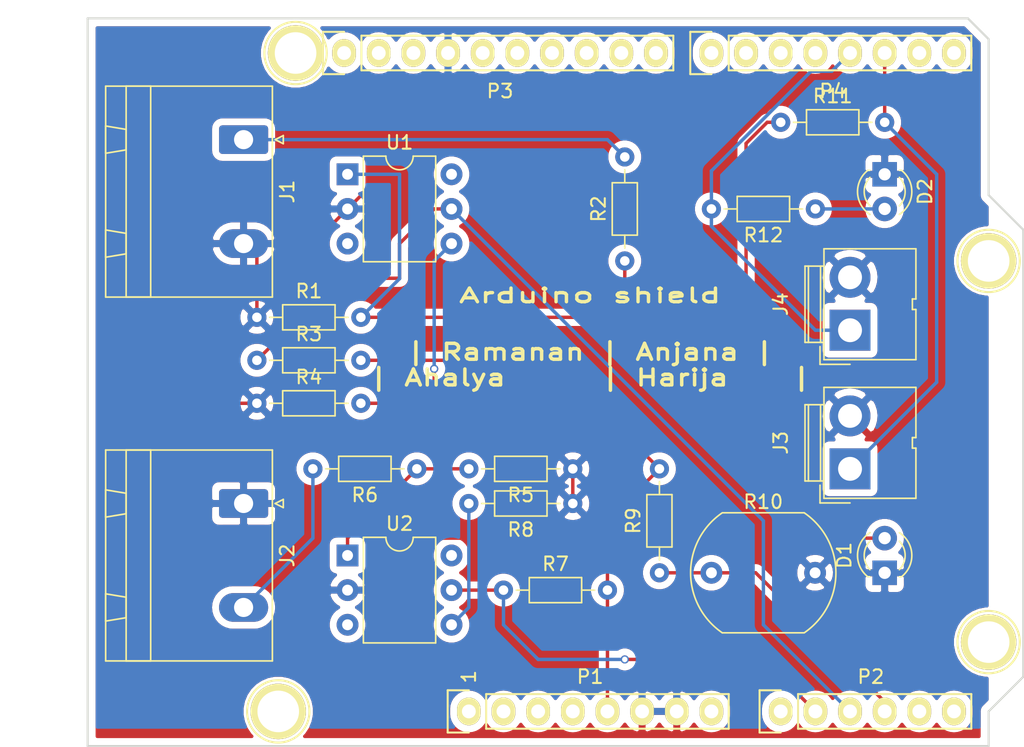
<source format=kicad_pcb>
(kicad_pcb (version 20171130) (host pcbnew "(5.1.9)-1")
  (title_block (date "lun. 30 mars 2015"))
  (layers (0 F.Cu signal) (31 B.Cu signal) (34 B.Paste user) (35 F.Paste user) (36 B.SilkS user) (37 F.SilkS user) (38 B.Mask user) (39 F.Mask user) (44 Edge.Cuts user))
  (net 0 "")
  (net 1 /IOREF)
  (net 2 /Reset)
  (net 3 +5V)
  (net 4 GND)
  (net 5 /Vin)
  (net 6 /A0)
  (net 7 /A3)
  (net 8 /AREF)
  (net 9 "/A4(SDA)")
  (net 10 "/A5(SCL)")
  (net 11 "/9(**)")
  (net 12 /8)
  (net 13 /7)
  (net 14 "/6(**)")
  (net 15 "/5(**)")
  (net 16 /4)
  (net 17 "/3(**)")
  (net 18 /2)
  (net 19 "/1(Tx)")
  (net 20 "/0(Rx)")
  (net 21 "Net-(P5-Pad1)")
  (net 22 "Net-(P6-Pad1)")
  (net 23 "Net-(P7-Pad1)")
  (net 24 "Net-(P8-Pad1)")
  (net 25 "/13(SCK)")
  (net 26 "/10(**/SS)")
  (net 27 "Net-(P1-Pad1)")
  (net 28 +3V3)
  (net 29 "/12(MISO)")
  (net 30 "/11(**/MOSI)")
  (net 31 output_ref)
  (net 32 input_ref)
  (net 33 "Net-(R1-Pad2)")
  (net 34 "Net-(R4-Pad2)")
  (net 35 "Net-(U1-Pad3)")
  (net 36 "Net-(U1-Pad6)")
  (net 37 "Net-(U2-Pad6)")
  (net 38 "Net-(U2-Pad3)")
  (net 39 "Net-(R8-Pad2)")
  (net 40 "Net-(R5-Pad2)")
  (net 41 "Net-(D1-Pad2)")
  (net 42 "Net-(D2-Pad2)")
  (net 43 "Net-(J1-Pad1)")
  (net 44 "Net-(J2-Pad2)")
  (module Socket_Arduino_Uno:Socket_Strip_Arduino_1x08 (layer F.Cu) (at 138.938 123.825)
    (fp_text reference P1 (at 8.89 -2.54) (layer F.SilkS))
    (fp_text value Power)
    (fp_line (start -1.55 -1.55) (end -1.55 1.55) (layer F.SilkS) (width 0.15))
    (fp_line (start 0 -1.55) (end -1.55 -1.55) (layer F.SilkS) (width 0.15))
    (fp_line (start 1.27 1.27) (end 1.27 -1.27) (layer F.SilkS) (width 0.15))
    (fp_line (start -1.55 1.55) (end 0 1.55) (layer F.SilkS) (width 0.15))
    (fp_line (start 19.05 -1.27) (end 1.27 -1.27) (layer F.SilkS) (width 0.15))
    (fp_line (start 19.05 1.27) (end 19.05 -1.27) (layer F.SilkS) (width 0.15))
    (fp_line (start 1.27 1.27) (end 19.05 1.27) (layer F.SilkS) (width 0.15))
    (pad 1 thru_hole oval (at 0 0) (size 1.7272 2.032) (drill 1.016) (layers *.Cu *.Mask F.SilkS) (net 27 "Net-(P1-Pad1)"))
    (pad 2 thru_hole oval (at 2.54 0) (size 1.7272 2.032) (drill 1.016) (layers *.Cu *.Mask F.SilkS) (net 1 /IOREF))
    (pad 3 thru_hole oval (at 5.08 0) (size 1.7272 2.032) (drill 1.016) (layers *.Cu *.Mask F.SilkS) (net 2 /Reset))
    (pad 4 thru_hole oval (at 7.62 0) (size 1.7272 2.032) (drill 1.016) (layers *.Cu *.Mask F.SilkS) (net 28 +3V3))
    (pad 5 thru_hole oval (at 10.16 0) (size 1.7272 2.032) (drill 1.016) (layers *.Cu *.Mask F.SilkS) (net 3 +5V))
    (pad 6 thru_hole oval (at 12.7 0) (size 1.7272 2.032) (drill 1.016) (layers *.Cu *.Mask F.SilkS) (net 4 GND))
    (pad 7 thru_hole oval (at 15.24 0) (size 1.7272 2.032) (drill 1.016) (layers *.Cu *.Mask F.SilkS) (net 4 GND))
    (pad 8 thru_hole oval (at 17.78 0) (size 1.7272 2.032) (drill 1.016) (layers *.Cu *.Mask F.SilkS) (net 5 /Vin))
  )
  (module Socket_Arduino_Uno:Socket_Strip_Arduino_1x06 (layer F.Cu) (at 161.798 123.825)
    (fp_text reference P2 (at 6.604 -2.54) (layer F.SilkS))
    (fp_text value Analog)
    (fp_line (start -1.55 -1.55) (end -1.55 1.55) (layer F.SilkS) (width 0.15))
    (fp_line (start 0 -1.55) (end -1.55 -1.55) (layer F.SilkS) (width 0.15))
    (fp_line (start 1.27 1.27) (end 1.27 -1.27) (layer F.SilkS) (width 0.15))
    (fp_line (start -1.55 1.55) (end 0 1.55) (layer F.SilkS) (width 0.15))
    (fp_line (start 13.97 -1.27) (end 1.27 -1.27) (layer F.SilkS) (width 0.15))
    (fp_line (start 13.97 1.27) (end 13.97 -1.27) (layer F.SilkS) (width 0.15))
    (fp_line (start 1.27 1.27) (end 13.97 1.27) (layer F.SilkS) (width 0.15))
    (pad 1 thru_hole oval (at 0 0) (size 1.7272 2.032) (drill 1.016) (layers *.Cu *.Mask F.SilkS) (net 6 /A0))
    (pad 2 thru_hole oval (at 2.54 0) (size 1.7272 2.032) (drill 1.016) (layers *.Cu *.Mask F.SilkS) (net 31 output_ref))
    (pad 3 thru_hole oval (at 5.08 0) (size 1.7272 2.032) (drill 1.016) (layers *.Cu *.Mask F.SilkS) (net 32 input_ref))
    (pad 4 thru_hole oval (at 7.62 0) (size 1.7272 2.032) (drill 1.016) (layers *.Cu *.Mask F.SilkS) (net 7 /A3))
    (pad 5 thru_hole oval (at 10.16 0) (size 1.7272 2.032) (drill 1.016) (layers *.Cu *.Mask F.SilkS) (net 9 "/A4(SDA)"))
    (pad 6 thru_hole oval (at 12.7 0) (size 1.7272 2.032) (drill 1.016) (layers *.Cu *.Mask F.SilkS) (net 10 "/A5(SCL)"))
  )
  (module Socket_Arduino_Uno:Socket_Strip_Arduino_1x10 (layer F.Cu) (at 129.794 75.565)
    (fp_text reference P3 (at 11.43 2.794) (layer F.SilkS))
    (fp_text value Digital)
    (fp_line (start -1.55 -1.55) (end -1.55 1.55) (layer F.SilkS) (width 0.15))
    (fp_line (start 0 -1.55) (end -1.55 -1.55) (layer F.SilkS) (width 0.15))
    (fp_line (start 1.27 1.27) (end 1.27 -1.27) (layer F.SilkS) (width 0.15))
    (fp_line (start -1.55 1.55) (end 0 1.55) (layer F.SilkS) (width 0.15))
    (fp_line (start 24.13 -1.27) (end 1.27 -1.27) (layer F.SilkS) (width 0.15))
    (fp_line (start 24.13 1.27) (end 24.13 -1.27) (layer F.SilkS) (width 0.15))
    (fp_line (start 1.27 1.27) (end 24.13 1.27) (layer F.SilkS) (width 0.15))
    (pad 1 thru_hole oval (at 0 0) (size 1.7272 2.032) (drill 1.016) (layers *.Cu *.Mask F.SilkS) (net 10 "/A5(SCL)"))
    (pad 2 thru_hole oval (at 2.54 0) (size 1.7272 2.032) (drill 1.016) (layers *.Cu *.Mask F.SilkS) (net 9 "/A4(SDA)"))
    (pad 3 thru_hole oval (at 5.08 0) (size 1.7272 2.032) (drill 1.016) (layers *.Cu *.Mask F.SilkS) (net 8 /AREF))
    (pad 4 thru_hole oval (at 7.62 0) (size 1.7272 2.032) (drill 1.016) (layers *.Cu *.Mask F.SilkS) (net 4 GND))
    (pad 5 thru_hole oval (at 10.16 0) (size 1.7272 2.032) (drill 1.016) (layers *.Cu *.Mask F.SilkS) (net 25 "/13(SCK)"))
    (pad 6 thru_hole oval (at 12.7 0) (size 1.7272 2.032) (drill 1.016) (layers *.Cu *.Mask F.SilkS) (net 29 "/12(MISO)"))
    (pad 7 thru_hole oval (at 15.24 0) (size 1.7272 2.032) (drill 1.016) (layers *.Cu *.Mask F.SilkS) (net 30 "/11(**/MOSI)"))
    (pad 8 thru_hole oval (at 17.78 0) (size 1.7272 2.032) (drill 1.016) (layers *.Cu *.Mask F.SilkS) (net 26 "/10(**/SS)"))
    (pad 9 thru_hole oval (at 20.32 0) (size 1.7272 2.032) (drill 1.016) (layers *.Cu *.Mask F.SilkS) (net 11 "/9(**)"))
    (pad 10 thru_hole oval (at 22.86 0) (size 1.7272 2.032) (drill 1.016) (layers *.Cu *.Mask F.SilkS) (net 12 /8))
  )
  (module Socket_Arduino_Uno:Socket_Strip_Arduino_1x08 (layer F.Cu) (at 156.718 75.565)
    (fp_text reference P4 (at 8.89 2.794) (layer F.SilkS))
    (fp_text value Digital)
    (fp_line (start -1.55 -1.55) (end -1.55 1.55) (layer F.SilkS) (width 0.15))
    (fp_line (start 0 -1.55) (end -1.55 -1.55) (layer F.SilkS) (width 0.15))
    (fp_line (start 1.27 1.27) (end 1.27 -1.27) (layer F.SilkS) (width 0.15))
    (fp_line (start -1.55 1.55) (end 0 1.55) (layer F.SilkS) (width 0.15))
    (fp_line (start 19.05 -1.27) (end 1.27 -1.27) (layer F.SilkS) (width 0.15))
    (fp_line (start 19.05 1.27) (end 19.05 -1.27) (layer F.SilkS) (width 0.15))
    (fp_line (start 1.27 1.27) (end 19.05 1.27) (layer F.SilkS) (width 0.15))
    (pad 1 thru_hole oval (at 0 0) (size 1.7272 2.032) (drill 1.016) (layers *.Cu *.Mask F.SilkS) (net 13 /7))
    (pad 2 thru_hole oval (at 2.54 0) (size 1.7272 2.032) (drill 1.016) (layers *.Cu *.Mask F.SilkS) (net 14 "/6(**)"))
    (pad 3 thru_hole oval (at 5.08 0) (size 1.7272 2.032) (drill 1.016) (layers *.Cu *.Mask F.SilkS) (net 15 "/5(**)"))
    (pad 4 thru_hole oval (at 7.62 0) (size 1.7272 2.032) (drill 1.016) (layers *.Cu *.Mask F.SilkS) (net 16 /4))
    (pad 5 thru_hole oval (at 10.16 0) (size 1.7272 2.032) (drill 1.016) (layers *.Cu *.Mask F.SilkS) (net 17 "/3(**)"))
    (pad 6 thru_hole oval (at 12.7 0) (size 1.7272 2.032) (drill 1.016) (layers *.Cu *.Mask F.SilkS) (net 18 /2))
    (pad 7 thru_hole oval (at 15.24 0) (size 1.7272 2.032) (drill 1.016) (layers *.Cu *.Mask F.SilkS) (net 19 "/1(Tx)"))
    (pad 8 thru_hole oval (at 17.78 0) (size 1.7272 2.032) (drill 1.016) (layers *.Cu *.Mask F.SilkS) (net 20 "/0(Rx)"))
  )
  (module Socket_Arduino_Uno:Arduino_1pin (layer F.Cu) (at 124.968 123.825)
    (fp_text reference P5 hide)
    (fp_text value CONN_01X01 hide)
    (fp_circle (center 0 0) (end 0 -2.286) (layer F.SilkS) (width 0.15))
    (pad 1 thru_hole circle (at 0 0) (size 4.064 4.064) (drill 3.048) (layers *.Cu *.Mask F.SilkS) (net 21 "Net-(P5-Pad1)"))
  )
  (module Socket_Arduino_Uno:Arduino_1pin (layer F.Cu) (at 177.038 118.745)
    (fp_text reference P6 hide)
    (fp_text value CONN_01X01 hide)
    (fp_circle (center 0 0) (end 0 -2.286) (layer F.SilkS) (width 0.15))
    (pad 1 thru_hole circle (at 0 0) (size 4.064 4.064) (drill 3.048) (layers *.Cu *.Mask F.SilkS) (net 22 "Net-(P6-Pad1)"))
  )
  (module Socket_Arduino_Uno:Arduino_1pin (layer F.Cu) (at 126.238 75.565)
    (fp_text reference P7 hide)
    (fp_text value CONN_01X01 hide)
    (fp_circle (center 0 0) (end 0 -2.286) (layer F.SilkS) (width 0.15))
    (pad 1 thru_hole circle (at 0 0) (size 4.064 4.064) (drill 3.048) (layers *.Cu *.Mask F.SilkS) (net 23 "Net-(P7-Pad1)"))
  )
  (module Socket_Arduino_Uno:Arduino_1pin (layer F.Cu) (at 177.038 90.805)
    (fp_text reference P8 hide)
    (fp_text value CONN_01X01 hide)
    (fp_circle (center 0 0) (end 0 -2.286) (layer F.SilkS) (width 0.15))
    (pad 1 thru_hole circle (at 0 0) (size 4.064 4.064) (drill 3.048) (layers *.Cu *.Mask F.SilkS) (net 24 "Net-(P8-Pad1)"))
  )
  (module OptoDevice:R_LDR_10x8.5mm_P7.6mm_Vertical (layer F.Cu) (at 156.718 113.665)
    (fp_text reference R10 (at 3.8 -5.2) (layer F.SilkS))
    (fp_text value LDR03)
    (fp_line (start 0.8 -4.4) (end 6.8 -4.4) (layer F.SilkS) (width 0.12))
    (fp_line (start 0.8 4.4) (end 6.8 4.4) (layer F.SilkS) (width 0.12))
    (fp_arc (start 3.8 0) (end 0.8 4.4) (angle 111) (layer F.SilkS) (width 0.12))
    (fp_arc (start 3.8 0) (end 6.8 -4.4) (angle 111) (layer F.SilkS) (width 0.12))
    (pad 1 thru_hole circle (at 0 0) (size 1.6 1.6) (drill 0.8) (layers *.Cu *.Mask) (net 7 /A3))
    (pad 2 thru_hole circle (at 7.6 0) (size 1.6 1.6) (drill 0.8) (layers *.Cu *.Mask) (net 4 GND))
  )
  (module Connector:JWT_A3963_1x02_P3.96mm_Vertical (layer F.Cu) (at 166.878 106.045 90)
    (fp_text reference J3 (at 1.91 -5.08 90) (layer F.SilkS))
    (fp_text value Conn_01x02)
    (fp_line (start 5.97 4.83) (end 5.97 0) (layer F.SilkS) (width 0.12))
    (fp_line (start -2.16 0) (end -2.16 4.83) (layer F.SilkS) (width 0.12))
    (fp_line (start -2.16 -1.91) (end 5.97 -1.91) (layer F.SilkS) (width 0.12))
    (fp_line (start -0.89 -1.91) (end -0.89 -3.3) (layer F.SilkS) (width 0.12))
    (fp_line (start 4.7 -1.91) (end 4.7 -3.3) (layer F.SilkS) (width 0.12))
    (fp_line (start -0.89 -3.3) (end 4.7 -3.3) (layer F.SilkS) (width 0.12))
    (fp_line (start -2.16 -1.91) (end -2.16 0) (layer F.SilkS) (width 0.12))
    (fp_line (start 5.97 -1.91) (end 5.97 0) (layer F.SilkS) (width 0.12))
    (fp_line (start -0.89 -3.05) (end 4.7 -3.05) (layer F.SilkS) (width 0.12))
    (fp_line (start -0.89 -2.16) (end 4.7 -2.16) (layer F.SilkS) (width 0.12))
    (fp_line (start 2.29 4.57) (end 2.29 4.83) (layer F.SilkS) (width 0.12))
    (fp_line (start 1.52 4.57) (end 2.29 4.57) (layer F.SilkS) (width 0.12))
    (fp_line (start 1.52 4.83) (end 1.52 4.57) (layer F.SilkS) (width 0.12))
    (fp_line (start 1.52 4.83) (end -2.16 4.83) (layer F.SilkS) (width 0.12))
    (fp_line (start 2.29 4.83) (end 5.97 4.83) (layer F.SilkS) (width 0.12))
    (fp_line (start -1.2 -2.2) (end -2.5 -2.2) (layer F.SilkS) (width 0.12))
    (fp_line (start -2.5 -2.2) (end -2.5 0) (layer F.SilkS) (width 0.12))
    (pad 2 thru_hole circle (at 3.88 0 90) (size 3 3) (drill 1.75) (layers *.Cu *.Mask) (net 4 GND))
    (pad 1 thru_hole rect (at 0 0 90) (size 3 3) (drill 1.75) (layers *.Cu *.Mask) (net 18 /2))
  )
  (module Connector:JWT_A3963_1x02_P3.96mm_Vertical (layer F.Cu) (at 166.878 95.885 90)
    (fp_text reference J4 (at 1.91 -5.08 90) (layer F.SilkS))
    (fp_text value Conn_01x02)
    (fp_line (start -2.5 -2.2) (end -2.5 0) (layer F.SilkS) (width 0.12))
    (fp_line (start -1.2 -2.2) (end -2.5 -2.2) (layer F.SilkS) (width 0.12))
    (fp_line (start 2.29 4.83) (end 5.97 4.83) (layer F.SilkS) (width 0.12))
    (fp_line (start 1.52 4.83) (end -2.16 4.83) (layer F.SilkS) (width 0.12))
    (fp_line (start 1.52 4.83) (end 1.52 4.57) (layer F.SilkS) (width 0.12))
    (fp_line (start 1.52 4.57) (end 2.29 4.57) (layer F.SilkS) (width 0.12))
    (fp_line (start 2.29 4.57) (end 2.29 4.83) (layer F.SilkS) (width 0.12))
    (fp_line (start -0.89 -2.16) (end 4.7 -2.16) (layer F.SilkS) (width 0.12))
    (fp_line (start -0.89 -3.05) (end 4.7 -3.05) (layer F.SilkS) (width 0.12))
    (fp_line (start 5.97 -1.91) (end 5.97 0) (layer F.SilkS) (width 0.12))
    (fp_line (start -2.16 -1.91) (end -2.16 0) (layer F.SilkS) (width 0.12))
    (fp_line (start -0.89 -3.3) (end 4.7 -3.3) (layer F.SilkS) (width 0.12))
    (fp_line (start 4.7 -1.91) (end 4.7 -3.3) (layer F.SilkS) (width 0.12))
    (fp_line (start -0.89 -1.91) (end -0.89 -3.3) (layer F.SilkS) (width 0.12))
    (fp_line (start -2.16 -1.91) (end 5.97 -1.91) (layer F.SilkS) (width 0.12))
    (fp_line (start -2.16 0) (end -2.16 4.83) (layer F.SilkS) (width 0.12))
    (fp_line (start 5.97 4.83) (end 5.97 0) (layer F.SilkS) (width 0.12))
    (pad 1 thru_hole rect (at 0 0 90) (size 3 3) (drill 1.75) (layers *.Cu *.Mask) (net 17 "/3(**)"))
    (pad 2 thru_hole circle (at 3.88 0 90) (size 3 3) (drill 1.75) (layers *.Cu *.Mask) (net 4 GND))
  )
  (module LED_THT:LED_D3.0mm_FlatTop (layer F.Cu) (at 169.418 113.665 90)
    (fp_text reference D1 (at 1.27 -2.96 90) (layer F.SilkS))
    (fp_text value LED)
    (fp_line (start -0.29 1.08) (end -0.29 1.236) (layer F.SilkS) (width 0.12))
    (fp_line (start -0.29 -1.236) (end -0.29 -1.08) (layer F.SilkS) (width 0.12))
    (fp_arc (start 1.27 0) (end 0.229039 1.08) (angle -87.9) (layer F.SilkS) (width 0.12))
    (fp_arc (start 1.27 0) (end 0.229039 -1.08) (angle 87.9) (layer F.SilkS) (width 0.12))
    (fp_arc (start 1.27 0) (end -0.29 1.235516) (angle -108.8) (layer F.SilkS) (width 0.12))
    (fp_arc (start 1.27 0) (end -0.29 -1.235516) (angle 108.8) (layer F.SilkS) (width 0.12))
    (pad 2 thru_hole circle (at 2.54 0 90) (size 1.8 1.8) (drill 0.9) (layers *.Cu *.Mask) (net 41 "Net-(D1-Pad2)"))
    (pad 1 thru_hole rect (at 0 0 90) (size 1.8 1.8) (drill 0.9) (layers *.Cu *.Mask) (net 4 GND))
  )
  (module LED_THT:LED_D3.0mm_FlatTop (layer F.Cu) (at 169.418 84.455 270)
    (fp_text reference D2 (at 1.27 -2.96 90) (layer F.SilkS))
    (fp_text value LED)
    (fp_line (start -0.29 -1.236) (end -0.29 -1.08) (layer F.SilkS) (width 0.12))
    (fp_line (start -0.29 1.08) (end -0.29 1.236) (layer F.SilkS) (width 0.12))
    (fp_arc (start 1.27 0) (end -0.29 -1.235516) (angle 108.8) (layer F.SilkS) (width 0.12))
    (fp_arc (start 1.27 0) (end -0.29 1.235516) (angle -108.8) (layer F.SilkS) (width 0.12))
    (fp_arc (start 1.27 0) (end 0.229039 -1.08) (angle 87.9) (layer F.SilkS) (width 0.12))
    (fp_arc (start 1.27 0) (end 0.229039 1.08) (angle -87.9) (layer F.SilkS) (width 0.12))
    (pad 1 thru_hole rect (at 0 0 270) (size 1.8 1.8) (drill 0.9) (layers *.Cu *.Mask) (net 4 GND))
    (pad 2 thru_hole circle (at 2.54 0 270) (size 1.8 1.8) (drill 0.9) (layers *.Cu *.Mask) (net 42 "Net-(D2-Pad2)"))
  )
  (module Connector_Phoenix_GMSTB:PhoenixContact_GMSTBA_2,5_2-G-7,62_1x02_P7.62mm_Horizontal (layer F.Cu) (at 122.428 81.915 270)
    (fp_text reference J1 (at 3.81 -3.2 90) (layer F.SilkS))
    (fp_text value Conn_01x02)
    (fp_line (start -0.3 -2.91) (end 0.3 -2.91) (layer F.SilkS) (width 0.12))
    (fp_line (start 0 -2.31) (end -0.3 -2.91) (layer F.SilkS) (width 0.12))
    (fp_line (start 0.3 -2.91) (end 0 -2.31) (layer F.SilkS) (width 0.12))
    (fp_line (start 6.87 8.61) (end 6.62 10.11) (layer F.SilkS) (width 0.12))
    (fp_line (start 8.37 8.61) (end 6.87 8.61) (layer F.SilkS) (width 0.12))
    (fp_line (start 8.62 10.11) (end 8.37 8.61) (layer F.SilkS) (width 0.12))
    (fp_line (start 6.62 10.11) (end 8.62 10.11) (layer F.SilkS) (width 0.12))
    (fp_line (start -0.75 8.61) (end -1 10.11) (layer F.SilkS) (width 0.12))
    (fp_line (start 0.75 8.61) (end -0.75 8.61) (layer F.SilkS) (width 0.12))
    (fp_line (start 1 10.11) (end 0.75 8.61) (layer F.SilkS) (width 0.12))
    (fp_line (start -1 10.11) (end 1 10.11) (layer F.SilkS) (width 0.12))
    (fp_line (start 11.54 8.61) (end -3.92 8.61) (layer F.SilkS) (width 0.12))
    (fp_line (start 11.54 6.81) (end 11.54 8.61) (layer F.SilkS) (width 0.12))
    (fp_line (start -3.92 6.81) (end 11.54 6.81) (layer F.SilkS) (width 0.12))
    (fp_line (start -3.92 8.61) (end -3.92 6.81) (layer F.SilkS) (width 0.12))
    (fp_line (start 11.54 -2.11) (end -3.92 -2.11) (layer F.SilkS) (width 0.12))
    (fp_line (start 11.54 10.11) (end 11.54 -2.11) (layer F.SilkS) (width 0.12))
    (fp_line (start -3.92 10.11) (end 11.54 10.11) (layer F.SilkS) (width 0.12))
    (fp_line (start -3.92 -2.11) (end -3.92 10.11) (layer F.SilkS) (width 0.12))
    (pad 2 thru_hole oval (at 7.62 0 270) (size 2.1 3.6) (drill 1.4) (layers *.Cu *.Mask) (net 4 GND))
    (pad 1 thru_hole roundrect (at 0 0 270) (size 2.1 3.6) (drill 1.4) (layers *.Cu *.Mask) (roundrect_rratio 0.119048) (net 43 "Net-(J1-Pad1)"))
  )
  (module Connector_Phoenix_GMSTB:PhoenixContact_GMSTBA_2,5_2-G-7,62_1x02_P7.62mm_Horizontal (layer F.Cu) (at 122.428 108.585 270)
    (fp_text reference J2 (at 3.81 -3.2 90) (layer F.SilkS))
    (fp_text value Conn_01x02)
    (fp_line (start -3.92 -2.11) (end -3.92 10.11) (layer F.SilkS) (width 0.12))
    (fp_line (start -3.92 10.11) (end 11.54 10.11) (layer F.SilkS) (width 0.12))
    (fp_line (start 11.54 10.11) (end 11.54 -2.11) (layer F.SilkS) (width 0.12))
    (fp_line (start 11.54 -2.11) (end -3.92 -2.11) (layer F.SilkS) (width 0.12))
    (fp_line (start -3.92 8.61) (end -3.92 6.81) (layer F.SilkS) (width 0.12))
    (fp_line (start -3.92 6.81) (end 11.54 6.81) (layer F.SilkS) (width 0.12))
    (fp_line (start 11.54 6.81) (end 11.54 8.61) (layer F.SilkS) (width 0.12))
    (fp_line (start 11.54 8.61) (end -3.92 8.61) (layer F.SilkS) (width 0.12))
    (fp_line (start -1 10.11) (end 1 10.11) (layer F.SilkS) (width 0.12))
    (fp_line (start 1 10.11) (end 0.75 8.61) (layer F.SilkS) (width 0.12))
    (fp_line (start 0.75 8.61) (end -0.75 8.61) (layer F.SilkS) (width 0.12))
    (fp_line (start -0.75 8.61) (end -1 10.11) (layer F.SilkS) (width 0.12))
    (fp_line (start 6.62 10.11) (end 8.62 10.11) (layer F.SilkS) (width 0.12))
    (fp_line (start 8.62 10.11) (end 8.37 8.61) (layer F.SilkS) (width 0.12))
    (fp_line (start 8.37 8.61) (end 6.87 8.61) (layer F.SilkS) (width 0.12))
    (fp_line (start 6.87 8.61) (end 6.62 10.11) (layer F.SilkS) (width 0.12))
    (fp_line (start 0.3 -2.91) (end 0 -2.31) (layer F.SilkS) (width 0.12))
    (fp_line (start 0 -2.31) (end -0.3 -2.91) (layer F.SilkS) (width 0.12))
    (fp_line (start -0.3 -2.91) (end 0.3 -2.91) (layer F.SilkS) (width 0.12))
    (pad 1 thru_hole roundrect (at 0 0 270) (size 2.1 3.6) (drill 1.4) (layers *.Cu *.Mask) (roundrect_rratio 0.119048) (net 4 GND))
    (pad 2 thru_hole oval (at 7.62 0 270) (size 2.1 3.6) (drill 1.4) (layers *.Cu *.Mask) (net 44 "Net-(J2-Pad2)"))
  )
  (module Resistor_THT:R_Axial_DIN0204_L3.6mm_D1.6mm_P7.62mm_Horizontal (layer F.Cu) (at 123.403001 94.940001)
    (fp_text reference R1 (at 3.81 -1.92) (layer F.SilkS))
    (fp_text value R)
    (fp_line (start 1.89 -0.92) (end 1.89 0.92) (layer F.SilkS) (width 0.12))
    (fp_line (start 1.89 0.92) (end 5.73 0.92) (layer F.SilkS) (width 0.12))
    (fp_line (start 5.73 0.92) (end 5.73 -0.92) (layer F.SilkS) (width 0.12))
    (fp_line (start 5.73 -0.92) (end 1.89 -0.92) (layer F.SilkS) (width 0.12))
    (fp_line (start 0.94 0) (end 1.89 0) (layer F.SilkS) (width 0.12))
    (fp_line (start 6.68 0) (end 5.73 0) (layer F.SilkS) (width 0.12))
    (pad 1 thru_hole circle (at 0 0) (size 1.4 1.4) (drill 0.7) (layers *.Cu *.Mask) (net 4 GND))
    (pad 2 thru_hole oval (at 7.62 0) (size 1.4 1.4) (drill 0.7) (layers *.Cu *.Mask) (net 33 "Net-(R1-Pad2)"))
  )
  (module Resistor_THT:R_Axial_DIN0204_L3.6mm_D1.6mm_P7.62mm_Horizontal (layer F.Cu) (at 150.368 90.805 90)
    (fp_text reference R2 (at 3.81 -1.92 90) (layer F.SilkS))
    (fp_text value R)
    (fp_line (start 6.68 0) (end 5.73 0) (layer F.SilkS) (width 0.12))
    (fp_line (start 0.94 0) (end 1.89 0) (layer F.SilkS) (width 0.12))
    (fp_line (start 5.73 -0.92) (end 1.89 -0.92) (layer F.SilkS) (width 0.12))
    (fp_line (start 5.73 0.92) (end 5.73 -0.92) (layer F.SilkS) (width 0.12))
    (fp_line (start 1.89 0.92) (end 5.73 0.92) (layer F.SilkS) (width 0.12))
    (fp_line (start 1.89 -0.92) (end 1.89 0.92) (layer F.SilkS) (width 0.12))
    (pad 2 thru_hole oval (at 7.62 0 90) (size 1.4 1.4) (drill 0.7) (layers *.Cu *.Mask) (net 43 "Net-(J1-Pad1)"))
    (pad 1 thru_hole circle (at 0 0 90) (size 1.4 1.4) (drill 0.7) (layers *.Cu *.Mask) (net 33 "Net-(R1-Pad2)"))
  )
  (module Resistor_THT:R_Axial_DIN0204_L3.6mm_D1.6mm_P7.62mm_Horizontal (layer F.Cu) (at 123.403001 98.090001)
    (fp_text reference R3 (at 3.81 -1.92) (layer F.SilkS))
    (fp_text value R)
    (fp_line (start 1.89 -0.92) (end 1.89 0.92) (layer F.SilkS) (width 0.12))
    (fp_line (start 1.89 0.92) (end 5.73 0.92) (layer F.SilkS) (width 0.12))
    (fp_line (start 5.73 0.92) (end 5.73 -0.92) (layer F.SilkS) (width 0.12))
    (fp_line (start 5.73 -0.92) (end 1.89 -0.92) (layer F.SilkS) (width 0.12))
    (fp_line (start 0.94 0) (end 1.89 0) (layer F.SilkS) (width 0.12))
    (fp_line (start 6.68 0) (end 5.73 0) (layer F.SilkS) (width 0.12))
    (pad 1 thru_hole circle (at 0 0) (size 1.4 1.4) (drill 0.7) (layers *.Cu *.Mask) (net 32 input_ref))
    (pad 2 thru_hole oval (at 7.62 0) (size 1.4 1.4) (drill 0.7) (layers *.Cu *.Mask) (net 3 +5V))
  )
  (module Resistor_THT:R_Axial_DIN0204_L3.6mm_D1.6mm_P7.62mm_Horizontal (layer F.Cu) (at 123.403001 101.240001)
    (fp_text reference R4 (at 3.81 -1.92) (layer F.SilkS))
    (fp_text value R)
    (fp_line (start 6.68 0) (end 5.73 0) (layer F.SilkS) (width 0.12))
    (fp_line (start 0.94 0) (end 1.89 0) (layer F.SilkS) (width 0.12))
    (fp_line (start 5.73 -0.92) (end 1.89 -0.92) (layer F.SilkS) (width 0.12))
    (fp_line (start 5.73 0.92) (end 5.73 -0.92) (layer F.SilkS) (width 0.12))
    (fp_line (start 1.89 0.92) (end 5.73 0.92) (layer F.SilkS) (width 0.12))
    (fp_line (start 1.89 -0.92) (end 1.89 0.92) (layer F.SilkS) (width 0.12))
    (pad 2 thru_hole oval (at 7.62 0) (size 1.4 1.4) (drill 0.7) (layers *.Cu *.Mask) (net 34 "Net-(R4-Pad2)"))
    (pad 1 thru_hole circle (at 0 0) (size 1.4 1.4) (drill 0.7) (layers *.Cu *.Mask) (net 4 GND))
  )
  (module Resistor_THT:R_Axial_DIN0204_L3.6mm_D1.6mm_P7.62mm_Horizontal (layer F.Cu) (at 146.558 106.045 180)
    (fp_text reference R5 (at 3.81 -1.92) (layer F.SilkS))
    (fp_text value R)
    (fp_line (start 1.89 -0.92) (end 1.89 0.92) (layer F.SilkS) (width 0.12))
    (fp_line (start 1.89 0.92) (end 5.73 0.92) (layer F.SilkS) (width 0.12))
    (fp_line (start 5.73 0.92) (end 5.73 -0.92) (layer F.SilkS) (width 0.12))
    (fp_line (start 5.73 -0.92) (end 1.89 -0.92) (layer F.SilkS) (width 0.12))
    (fp_line (start 0.94 0) (end 1.89 0) (layer F.SilkS) (width 0.12))
    (fp_line (start 6.68 0) (end 5.73 0) (layer F.SilkS) (width 0.12))
    (pad 1 thru_hole circle (at 0 0 180) (size 1.4 1.4) (drill 0.7) (layers *.Cu *.Mask) (net 4 GND))
    (pad 2 thru_hole oval (at 7.62 0 180) (size 1.4 1.4) (drill 0.7) (layers *.Cu *.Mask) (net 40 "Net-(R5-Pad2)"))
  )
  (module Resistor_THT:R_Axial_DIN0204_L3.6mm_D1.6mm_P7.62mm_Horizontal (layer F.Cu) (at 135.128 106.045 180)
    (fp_text reference R6 (at 3.81 -1.92) (layer F.SilkS))
    (fp_text value R)
    (fp_line (start 6.68 0) (end 5.73 0) (layer F.SilkS) (width 0.12))
    (fp_line (start 0.94 0) (end 1.89 0) (layer F.SilkS) (width 0.12))
    (fp_line (start 5.73 -0.92) (end 1.89 -0.92) (layer F.SilkS) (width 0.12))
    (fp_line (start 5.73 0.92) (end 5.73 -0.92) (layer F.SilkS) (width 0.12))
    (fp_line (start 1.89 0.92) (end 5.73 0.92) (layer F.SilkS) (width 0.12))
    (fp_line (start 1.89 -0.92) (end 1.89 0.92) (layer F.SilkS) (width 0.12))
    (pad 2 thru_hole oval (at 7.62 0 180) (size 1.4 1.4) (drill 0.7) (layers *.Cu *.Mask) (net 44 "Net-(J2-Pad2)"))
    (pad 1 thru_hole circle (at 0 0 180) (size 1.4 1.4) (drill 0.7) (layers *.Cu *.Mask) (net 40 "Net-(R5-Pad2)"))
  )
  (module Resistor_THT:R_Axial_DIN0204_L3.6mm_D1.6mm_P7.62mm_Horizontal (layer F.Cu) (at 141.478 114.935)
    (fp_text reference R7 (at 3.81 -1.92) (layer F.SilkS))
    (fp_text value R)
    (fp_line (start 1.89 -0.92) (end 1.89 0.92) (layer F.SilkS) (width 0.12))
    (fp_line (start 1.89 0.92) (end 5.73 0.92) (layer F.SilkS) (width 0.12))
    (fp_line (start 5.73 0.92) (end 5.73 -0.92) (layer F.SilkS) (width 0.12))
    (fp_line (start 5.73 -0.92) (end 1.89 -0.92) (layer F.SilkS) (width 0.12))
    (fp_line (start 0.94 0) (end 1.89 0) (layer F.SilkS) (width 0.12))
    (fp_line (start 6.68 0) (end 5.73 0) (layer F.SilkS) (width 0.12))
    (pad 1 thru_hole circle (at 0 0) (size 1.4 1.4) (drill 0.7) (layers *.Cu *.Mask) (net 31 output_ref))
    (pad 2 thru_hole oval (at 7.62 0) (size 1.4 1.4) (drill 0.7) (layers *.Cu *.Mask) (net 3 +5V))
  )
  (module Resistor_THT:R_Axial_DIN0204_L3.6mm_D1.6mm_P7.62mm_Horizontal (layer F.Cu) (at 146.558 108.585 180)
    (fp_text reference R8 (at 3.81 -1.92) (layer F.SilkS))
    (fp_text value R)
    (fp_line (start 6.68 0) (end 5.73 0) (layer F.SilkS) (width 0.12))
    (fp_line (start 0.94 0) (end 1.89 0) (layer F.SilkS) (width 0.12))
    (fp_line (start 5.73 -0.92) (end 1.89 -0.92) (layer F.SilkS) (width 0.12))
    (fp_line (start 5.73 0.92) (end 5.73 -0.92) (layer F.SilkS) (width 0.12))
    (fp_line (start 1.89 0.92) (end 5.73 0.92) (layer F.SilkS) (width 0.12))
    (fp_line (start 1.89 -0.92) (end 1.89 0.92) (layer F.SilkS) (width 0.12))
    (pad 2 thru_hole oval (at 7.62 0 180) (size 1.4 1.4) (drill 0.7) (layers *.Cu *.Mask) (net 39 "Net-(R8-Pad2)"))
    (pad 1 thru_hole circle (at 0 0 180) (size 1.4 1.4) (drill 0.7) (layers *.Cu *.Mask) (net 4 GND))
  )
  (module Resistor_THT:R_Axial_DIN0204_L3.6mm_D1.6mm_P7.62mm_Horizontal (layer F.Cu) (at 152.908 113.665 90)
    (fp_text reference R9 (at 3.81 -1.92 90) (layer F.SilkS))
    (fp_text value R)
    (fp_line (start 1.89 -0.92) (end 1.89 0.92) (layer F.SilkS) (width 0.12))
    (fp_line (start 1.89 0.92) (end 5.73 0.92) (layer F.SilkS) (width 0.12))
    (fp_line (start 5.73 0.92) (end 5.73 -0.92) (layer F.SilkS) (width 0.12))
    (fp_line (start 5.73 -0.92) (end 1.89 -0.92) (layer F.SilkS) (width 0.12))
    (fp_line (start 0.94 0) (end 1.89 0) (layer F.SilkS) (width 0.12))
    (fp_line (start 6.68 0) (end 5.73 0) (layer F.SilkS) (width 0.12))
    (pad 1 thru_hole circle (at 0 0 90) (size 1.4 1.4) (drill 0.7) (layers *.Cu *.Mask) (net 7 /A3))
    (pad 2 thru_hole oval (at 7.62 0 90) (size 1.4 1.4) (drill 0.7) (layers *.Cu *.Mask) (net 3 +5V))
  )
  (module Resistor_THT:R_Axial_DIN0204_L3.6mm_D1.6mm_P7.62mm_Horizontal (layer F.Cu) (at 161.798 80.645)
    (fp_text reference R11 (at 3.81 -1.92) (layer F.SilkS))
    (fp_text value R)
    (fp_line (start 6.68 0) (end 5.73 0) (layer F.SilkS) (width 0.12))
    (fp_line (start 0.94 0) (end 1.89 0) (layer F.SilkS) (width 0.12))
    (fp_line (start 5.73 -0.92) (end 1.89 -0.92) (layer F.SilkS) (width 0.12))
    (fp_line (start 5.73 0.92) (end 5.73 -0.92) (layer F.SilkS) (width 0.12))
    (fp_line (start 1.89 0.92) (end 5.73 0.92) (layer F.SilkS) (width 0.12))
    (fp_line (start 1.89 -0.92) (end 1.89 0.92) (layer F.SilkS) (width 0.12))
    (pad 2 thru_hole oval (at 7.62 0) (size 1.4 1.4) (drill 0.7) (layers *.Cu *.Mask) (net 18 /2))
    (pad 1 thru_hole circle (at 0 0) (size 1.4 1.4) (drill 0.7) (layers *.Cu *.Mask) (net 41 "Net-(D1-Pad2)"))
  )
  (module Resistor_THT:R_Axial_DIN0204_L3.6mm_D1.6mm_P7.62mm_Horizontal (layer F.Cu) (at 164.338 86.995 180)
    (fp_text reference R12 (at 3.81 -1.92) (layer F.SilkS))
    (fp_text value R)
    (fp_line (start 1.89 -0.92) (end 1.89 0.92) (layer F.SilkS) (width 0.12))
    (fp_line (start 1.89 0.92) (end 5.73 0.92) (layer F.SilkS) (width 0.12))
    (fp_line (start 5.73 0.92) (end 5.73 -0.92) (layer F.SilkS) (width 0.12))
    (fp_line (start 5.73 -0.92) (end 1.89 -0.92) (layer F.SilkS) (width 0.12))
    (fp_line (start 0.94 0) (end 1.89 0) (layer F.SilkS) (width 0.12))
    (fp_line (start 6.68 0) (end 5.73 0) (layer F.SilkS) (width 0.12))
    (pad 1 thru_hole circle (at 0 0 180) (size 1.4 1.4) (drill 0.7) (layers *.Cu *.Mask) (net 42 "Net-(D2-Pad2)"))
    (pad 2 thru_hole oval (at 7.62 0 180) (size 1.4 1.4) (drill 0.7) (layers *.Cu *.Mask) (net 17 "/3(**)"))
  )
  (module Package_DIP:DIP-6_W7.62mm (layer F.Cu) (at 130.048 84.455)
    (fp_text reference U1 (at 3.81 -2.33) (layer F.SilkS))
    (fp_text value 4N25)
    (fp_line (start 6.46 -1.33) (end 4.81 -1.33) (layer F.SilkS) (width 0.12))
    (fp_line (start 6.46 6.41) (end 6.46 -1.33) (layer F.SilkS) (width 0.12))
    (fp_line (start 1.16 6.41) (end 6.46 6.41) (layer F.SilkS) (width 0.12))
    (fp_line (start 1.16 -1.33) (end 1.16 6.41) (layer F.SilkS) (width 0.12))
    (fp_line (start 2.81 -1.33) (end 1.16 -1.33) (layer F.SilkS) (width 0.12))
    (fp_arc (start 3.81 -1.33) (end 2.81 -1.33) (angle -180) (layer F.SilkS) (width 0.12))
    (pad 6 thru_hole oval (at 7.62 0) (size 1.6 1.6) (drill 0.8) (layers *.Cu *.Mask) (net 36 "Net-(U1-Pad6)"))
    (pad 3 thru_hole oval (at 0 5.08) (size 1.6 1.6) (drill 0.8) (layers *.Cu *.Mask) (net 35 "Net-(U1-Pad3)"))
    (pad 5 thru_hole oval (at 7.62 2.54) (size 1.6 1.6) (drill 0.8) (layers *.Cu *.Mask) (net 32 input_ref))
    (pad 2 thru_hole oval (at 0 2.54) (size 1.6 1.6) (drill 0.8) (layers *.Cu *.Mask) (net 4 GND))
    (pad 4 thru_hole oval (at 7.62 5.08) (size 1.6 1.6) (drill 0.8) (layers *.Cu *.Mask) (net 34 "Net-(R4-Pad2)"))
    (pad 1 thru_hole rect (at 0 0) (size 1.6 1.6) (drill 0.8) (layers *.Cu *.Mask) (net 33 "Net-(R1-Pad2)"))
  )
  (module Package_DIP:DIP-6_W7.62mm (layer F.Cu) (at 130.048 112.395)
    (fp_text reference U2 (at 3.81 -2.33) (layer F.SilkS))
    (fp_text value 4N25)
    (fp_line (start 2.81 -1.33) (end 1.16 -1.33) (layer F.SilkS) (width 0.12))
    (fp_line (start 1.16 -1.33) (end 1.16 6.41) (layer F.SilkS) (width 0.12))
    (fp_line (start 1.16 6.41) (end 6.46 6.41) (layer F.SilkS) (width 0.12))
    (fp_line (start 6.46 6.41) (end 6.46 -1.33) (layer F.SilkS) (width 0.12))
    (fp_line (start 6.46 -1.33) (end 4.81 -1.33) (layer F.SilkS) (width 0.12))
    (fp_arc (start 3.81 -1.33) (end 2.81 -1.33) (angle -180) (layer F.SilkS) (width 0.12))
    (pad 1 thru_hole rect (at 0 0) (size 1.6 1.6) (drill 0.8) (layers *.Cu *.Mask) (net 40 "Net-(R5-Pad2)"))
    (pad 4 thru_hole oval (at 7.62 5.08) (size 1.6 1.6) (drill 0.8) (layers *.Cu *.Mask) (net 39 "Net-(R8-Pad2)"))
    (pad 2 thru_hole oval (at 0 2.54) (size 1.6 1.6) (drill 0.8) (layers *.Cu *.Mask) (net 4 GND))
    (pad 5 thru_hole oval (at 7.62 2.54) (size 1.6 1.6) (drill 0.8) (layers *.Cu *.Mask) (net 31 output_ref))
    (pad 3 thru_hole oval (at 0 5.08) (size 1.6 1.6) (drill 0.8) (layers *.Cu *.Mask) (net 38 "Net-(U2-Pad3)"))
    (pad 6 thru_hole oval (at 7.62 0) (size 1.6 1.6) (drill 0.8) (layers *.Cu *.Mask) (net 37 "Net-(U2-Pad6)"))
  )
  (gr_text "| Ramanan | Anjana |\n| Ahalya      | Harija    |" (at 147.828 98.425) (layer F.SilkS) (effects (font (size 1.1684 1.524) (thickness 0.254))))
  (gr_text "Arduino shield" (at 147.828 93.345) (layer F.SilkS) (effects (font (size 1 1.778) (thickness 0.25))))
  (gr_text 1 (at 138.938 121.285 90) (layer F.SilkS) (effects (font (size 1 1))))
  (gr_line (start 177.038 74.549) (end 175.514 73.025) (angle 90) (layer Edge.Cuts) (width 0.15))
  (gr_line (start 177.038 85.979) (end 177.038 74.549) (angle 90) (layer Edge.Cuts) (width 0.15))
  (gr_line (start 179.578 88.519) (end 177.038 85.979) (angle 90) (layer Edge.Cuts) (width 0.15))
  (gr_line (start 179.578 121.285) (end 179.578 88.519) (angle 90) (layer Edge.Cuts) (width 0.15))
  (gr_line (start 177.038 123.825) (end 179.578 121.285) (angle 90) (layer Edge.Cuts) (width 0.15))
  (gr_line (start 177.038 126.365) (end 177.038 123.825) (angle 90) (layer Edge.Cuts) (width 0.15))
  (gr_line (start 110.998 126.365) (end 177.038 126.365) (angle 90) (layer Edge.Cuts) (width 0.15))
  (gr_line (start 110.998 73.025) (end 110.998 126.365) (angle 90) (layer Edge.Cuts) (width 0.15))
  (gr_line (start 175.514 73.025) (end 110.998 73.025) (angle 90) (layer Edge.Cuts) (width 0.15))
  (segment (start 149.098 123.825) (end 149.098 114.935) (width 0.25) (layer F.Cu) (net 3))
  (segment (start 149.098 109.855) (end 152.908 106.045) (width 0.25) (layer F.Cu) (net 3))
  (segment (start 149.098 114.935) (end 149.098 109.855) (width 0.25) (layer F.Cu) (net 3))
  (segment (start 144.953001 98.090001) (end 152.908 106.045) (width 0.25) (layer F.Cu) (net 3))
  (segment (start 131.023001 98.090001) (end 144.953001 98.090001) (width 0.25) (layer F.Cu) (net 3))
  (segment (start 122.428 108.585) (end 124.968 108.585) (width 0.25) (layer F.Cu) (net 4))
  (segment (start 127.508 111.125) (end 127.508 114.935) (width 0.25) (layer F.Cu) (net 4))
  (segment (start 124.968 108.585) (end 127.508 111.125) (width 0.25) (layer F.Cu) (net 4))
  (segment (start 130.048 114.935) (end 127.508 114.935) (width 0.25) (layer F.Cu) (net 4))
  (segment (start 130.048 114.935) (end 131.318 114.935) (width 0.25) (layer F.Cu) (net 4))
  (segment (start 131.318 114.935) (end 135.128 111.125) (width 0.25) (layer F.Cu) (net 4))
  (segment (start 144.018 111.125) (end 146.558 108.585) (width 0.25) (layer F.Cu) (net 4))
  (segment (start 135.128 111.125) (end 144.018 111.125) (width 0.25) (layer F.Cu) (net 4))
  (segment (start 123.403001 101.240001) (end 121.433001 101.240001) (width 0.25) (layer F.Cu) (net 4))
  (segment (start 121.433001 101.240001) (end 121.158 100.965) (width 0.25) (layer F.Cu) (net 4))
  (segment (start 121.158 97.185002) (end 123.403001 94.940001) (width 0.25) (layer F.Cu) (net 4))
  (segment (start 121.158 100.965) (end 121.158 97.185002) (width 0.25) (layer F.Cu) (net 4))
  (segment (start 123.403001 90.510001) (end 122.428 89.535) (width 0.25) (layer F.Cu) (net 4))
  (segment (start 123.403001 94.940001) (end 123.403001 90.510001) (width 0.25) (layer F.Cu) (net 4))
  (segment (start 127.508 89.535) (end 130.048 86.995) (width 0.25) (layer F.Cu) (net 4))
  (segment (start 122.428 89.535) (end 127.508 89.535) (width 0.25) (layer F.Cu) (net 4))
  (segment (start 137.414 79.629) (end 137.414 75.565) (width 0.25) (layer F.Cu) (net 4))
  (segment (start 130.048 86.995) (end 137.414 79.629) (width 0.25) (layer F.Cu) (net 4))
  (segment (start 146.558 106.045) (end 146.558 108.585) (width 0.25) (layer F.Cu) (net 4))
  (segment (start 152.908 113.665) (end 156.718 113.665) (width 0.25) (layer F.Cu) (net 7))
  (segment (start 169.418 123.118348) (end 169.418 123.825) (width 0.25) (layer F.Cu) (net 7))
  (segment (start 159.964652 113.665) (end 169.418 123.118348) (width 0.25) (layer F.Cu) (net 7))
  (segment (start 156.718 113.665) (end 159.964652 113.665) (width 0.25) (layer F.Cu) (net 7))
  (segment (start 156.718 84.207998) (end 156.718 86.995) (width 0.25) (layer B.Cu) (net 17))
  (segment (start 164.019988 76.90601) (end 156.718 84.207998) (width 0.25) (layer B.Cu) (net 17))
  (segment (start 165.53699 76.90601) (end 164.019988 76.90601) (width 0.25) (layer B.Cu) (net 17))
  (segment (start 166.878 75.565) (end 165.53699 76.90601) (width 0.25) (layer B.Cu) (net 17))
  (segment (start 156.718 86.995) (end 156.718 88.265) (width 0.25) (layer B.Cu) (net 17))
  (segment (start 164.338 95.885) (end 166.878 95.885) (width 0.25) (layer B.Cu) (net 17))
  (segment (start 156.718 88.265) (end 164.338 95.885) (width 0.25) (layer B.Cu) (net 17))
  (segment (start 169.418 80.645) (end 169.418 75.565) (width 0.25) (layer F.Cu) (net 18))
  (segment (start 166.878 106.045) (end 173.228 99.695) (width 0.25) (layer B.Cu) (net 18))
  (segment (start 173.228 84.455) (end 169.418 80.645) (width 0.25) (layer B.Cu) (net 18))
  (segment (start 173.228 99.695) (end 173.228 84.455) (width 0.25) (layer B.Cu) (net 18))
  (segment (start 137.668 114.935) (end 141.478 114.935) (width 0.25) (layer F.Cu) (net 31))
  (segment (start 164.338 123.825) (end 160.528 120.015) (width 0.25) (layer F.Cu) (net 31))
  (segment (start 160.528 120.015) (end 150.368 120.015) (width 0.25) (layer F.Cu) (net 31))
  (segment (start 141.478 114.935) (end 141.478 117.475) (width 0.25) (layer B.Cu) (net 31))
  (segment (start 141.478 117.475) (end 144.018 120.015) (width 0.25) (layer B.Cu) (net 31))
  (via (at 150.368 120.015) (size 0.6) (drill 0.4) (layers F.Cu B.Cu) (net 31))
  (segment (start 144.018 120.015) (end 150.368 120.015) (width 0.25) (layer B.Cu) (net 31))
  (segment (start 136.398 86.995) (end 137.668 86.995) (width 0.25) (layer F.Cu) (net 32))
  (segment (start 133.858 89.535) (end 136.398 86.995) (width 0.25) (layer F.Cu) (net 32))
  (segment (start 133.858 92.075) (end 133.858 89.535) (width 0.25) (layer F.Cu) (net 32))
  (segment (start 129.418002 92.075) (end 133.858 92.075) (width 0.25) (layer F.Cu) (net 32))
  (segment (start 123.403001 98.090001) (end 129.418002 92.075) (width 0.25) (layer F.Cu) (net 32))
  (segment (start 137.668 86.995) (end 160.528 109.855) (width 0.25) (layer B.Cu) (net 32))
  (segment (start 160.528 117.475) (end 166.878 123.825) (width 0.25) (layer B.Cu) (net 32))
  (segment (start 160.528 109.855) (end 160.528 117.475) (width 0.25) (layer B.Cu) (net 32))
  (segment (start 131.023001 94.940001) (end 147.502999 94.940001) (width 0.25) (layer F.Cu) (net 33))
  (segment (start 150.368 92.075) (end 150.368 90.805) (width 0.25) (layer F.Cu) (net 33))
  (segment (start 147.502999 94.940001) (end 150.368 92.075) (width 0.25) (layer F.Cu) (net 33))
  (segment (start 131.023001 94.940001) (end 133.858 92.105002) (width 0.25) (layer B.Cu) (net 33))
  (segment (start 133.858 92.105002) (end 133.858 84.455) (width 0.25) (layer B.Cu) (net 33))
  (segment (start 133.858 84.455) (end 130.048 84.455) (width 0.25) (layer B.Cu) (net 33))
  (segment (start 131.023001 101.240001) (end 134.852999 101.240001) (width 0.25) (layer F.Cu) (net 34))
  (via (at 136.398 98.715001) (size 0.6) (drill 0.4) (layers F.Cu B.Cu) (net 34))
  (segment (start 136.398 99.695) (end 136.398 98.715001) (width 0.25) (layer F.Cu) (net 34))
  (segment (start 134.852999 101.240001) (end 136.398 99.695) (width 0.25) (layer F.Cu) (net 34))
  (segment (start 136.398 90.805) (end 137.668 89.535) (width 0.25) (layer B.Cu) (net 34))
  (segment (start 136.398 98.715001) (end 136.398 90.805) (width 0.25) (layer B.Cu) (net 34))
  (segment (start 138.938 116.205) (end 138.938 108.585) (width 0.25) (layer B.Cu) (net 39))
  (segment (start 137.668 117.475) (end 138.938 116.205) (width 0.25) (layer B.Cu) (net 39))
  (segment (start 138.938 106.045) (end 135.128 106.045) (width 0.25) (layer F.Cu) (net 40))
  (segment (start 130.048 111.125) (end 135.128 106.045) (width 0.25) (layer F.Cu) (net 40))
  (segment (start 130.048 112.395) (end 130.048 111.125) (width 0.25) (layer F.Cu) (net 40))
  (segment (start 160.808051 80.645) (end 159.258 82.195051) (width 0.25) (layer F.Cu) (net 41))
  (segment (start 161.798 80.645) (end 160.808051 80.645) (width 0.25) (layer F.Cu) (net 41))
  (segment (start 159.258 102.010002) (end 161.798 104.550002) (width 0.25) (layer F.Cu) (net 41))
  (segment (start 159.258 82.195051) (end 159.258 102.010002) (width 0.25) (layer F.Cu) (net 41))
  (segment (start 161.798 104.550002) (end 161.798 108.585) (width 0.25) (layer F.Cu) (net 41))
  (segment (start 164.338 111.125) (end 169.418 111.125) (width 0.25) (layer F.Cu) (net 41))
  (segment (start 161.798 108.585) (end 164.338 111.125) (width 0.25) (layer F.Cu) (net 41))
  (segment (start 164.338 86.995) (end 169.418 86.995) (width 0.25) (layer B.Cu) (net 42))
  (segment (start 149.098 81.915) (end 150.368 83.185) (width 0.25) (layer B.Cu) (net 43))
  (segment (start 122.428 81.915) (end 149.098 81.915) (width 0.25) (layer B.Cu) (net 43))
  (segment (start 127.508 111.125) (end 127.508 106.045) (width 0.25) (layer B.Cu) (net 44))
  (segment (start 122.428 116.205) (end 127.508 111.125) (width 0.25) (layer B.Cu) (net 44))
  (zone (net 4) (net_name GND) (layer B.Cu) (connect_pads (clearance 0.508)) (min_thickness 0.254) (fill yes (arc_segments 32) (thermal_gap 0.508) (thermal_bridge_width 0.508))
    (polygon (pts (xy 177.038 125.095) (xy 108.458 125.095) (xy 108.458 73.025) (xy 177.038 73.025)))
  )
  (zone (net 4) (net_name GND) (layer F.Cu) (connect_pads (clearance 0.508)) (min_thickness 0.254) (fill yes (arc_segments 32) (thermal_gap 0.508) (thermal_bridge_width 0.508))
    (polygon (pts (xy 177.038 126.365) (xy 108.458 126.365) (xy 109.728 73.025) (xy 177.038 73.025)))
  )
)
</source>
